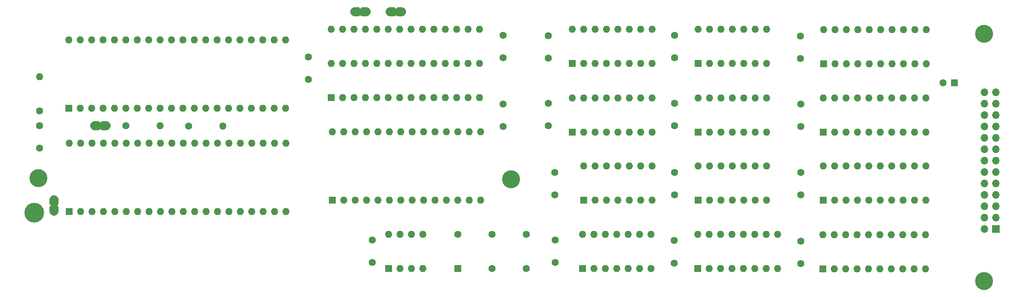
<source format=gbr>
%TF.GenerationSoftware,KiCad,Pcbnew,8.0.9*%
%TF.CreationDate,2025-03-09T10:14:33-06:00*%
%TF.ProjectId,lt-option-clone,6c742d6f-7074-4696-9f6e-2d636c6f6e65,rev?*%
%TF.SameCoordinates,Original*%
%TF.FileFunction,Soldermask,Top*%
%TF.FilePolarity,Negative*%
%FSLAX46Y46*%
G04 Gerber Fmt 4.6, Leading zero omitted, Abs format (unit mm)*
G04 Created by KiCad (PCBNEW 8.0.9) date 2025-03-09 10:14:33*
%MOMM*%
%LPD*%
G01*
G04 APERTURE LIST*
G04 Aperture macros list*
%AMFreePoly0*
4,1,20,-1.000000,0.000000,-0.984315,0.176420,-0.928653,0.370950,-0.834972,0.550293,-0.707107,0.707107,-0.550293,0.834972,-0.370950,0.928653,-0.176420,0.984315,0.000000,1.000000,0.176420,0.984315,0.370950,0.928653,0.550293,0.834972,0.707107,0.707107,0.834972,0.550293,0.928653,0.370950,0.984315,0.176420,1.000000,0.000000,1.000000,-1.000000,-1.000000,-1.000000,-1.000000,0.000000,
-1.000000,0.000000,$1*%
%AMFreePoly1*
4,1,20,-1.000000,1.000000,1.000000,1.000000,1.000000,0.000000,0.984315,-0.176420,0.928653,-0.370950,0.834972,-0.550293,0.707107,-0.707107,0.550293,-0.834972,0.370950,-0.928653,0.176420,-0.984315,0.000000,-1.000000,-0.176420,-0.984315,-0.370950,-0.928653,-0.550293,-0.834972,-0.707107,-0.707107,-0.834972,-0.550293,-0.928653,-0.370950,-0.984315,-0.176420,-1.000000,0.000000,-1.000000,1.000000,
-1.000000,1.000000,$1*%
G04 Aperture macros list end*
%ADD10C,0.100000*%
%ADD11R,1.600000X1.600000*%
%ADD12O,1.600000X1.600000*%
%ADD13C,1.600000*%
%ADD14C,4.400000*%
%ADD15C,4.000000*%
%ADD16C,1.700000*%
%ADD17FreePoly0,0.000000*%
%ADD18FreePoly1,0.000000*%
%ADD19FreePoly0,90.000000*%
%ADD20FreePoly1,90.000000*%
%ADD21R,1.700000X1.700000*%
%ADD22O,1.700000X1.700000*%
G04 APERTURE END LIST*
%TO.C,JP3*%
D10*
X42291000Y-97658000D02*
X43815000Y-97658000D01*
X43815000Y-98420000D01*
X42291000Y-98420000D01*
X42291000Y-97658000D01*
G36*
X42291000Y-97658000D02*
G01*
X43815000Y-97658000D01*
X43815000Y-98420000D01*
X42291000Y-98420000D01*
X42291000Y-97658000D01*
G37*
%TO.C,JP4*%
X53081000Y-81026000D02*
X53843000Y-81026000D01*
X53843000Y-79502000D01*
X53081000Y-79502000D01*
X53081000Y-81026000D01*
G36*
X53081000Y-81026000D02*
G01*
X53843000Y-81026000D01*
X53843000Y-79502000D01*
X53081000Y-79502000D01*
X53081000Y-81026000D01*
G37*
%TO.C,JP1*%
X110993000Y-55626000D02*
X111755000Y-55626000D01*
X111755000Y-54102000D01*
X110993000Y-54102000D01*
X110993000Y-55626000D01*
G36*
X110993000Y-55626000D02*
G01*
X111755000Y-55626000D01*
X111755000Y-54102000D01*
X110993000Y-54102000D01*
X110993000Y-55626000D01*
G37*
%TO.C,JP2*%
X118867000Y-55626000D02*
X119629000Y-55626000D01*
X119629000Y-54102000D01*
X118867000Y-54102000D01*
X118867000Y-55626000D01*
G36*
X118867000Y-55626000D02*
G01*
X119629000Y-55626000D01*
X119629000Y-54102000D01*
X118867000Y-54102000D01*
X118867000Y-55626000D01*
G37*
%TD*%
D11*
%TO.C,U4*%
X104840000Y-74040000D03*
D12*
X107380000Y-74040000D03*
X109920000Y-74040000D03*
X112460000Y-74040000D03*
X115000000Y-74040000D03*
X117540000Y-74040000D03*
X120080000Y-74040000D03*
X122620000Y-74040000D03*
X125160000Y-74040000D03*
X127700000Y-74040000D03*
X130240000Y-74040000D03*
X132780000Y-74040000D03*
X135320000Y-74040000D03*
X137860000Y-74040000D03*
X137860600Y-66412200D03*
X137860000Y-58800000D03*
X135320600Y-66412200D03*
X135320000Y-58800000D03*
X132780600Y-66412200D03*
X132780000Y-58800000D03*
X130240600Y-66412200D03*
X130240000Y-58800000D03*
X127700600Y-66412200D03*
X127700000Y-58800000D03*
X125160600Y-66412200D03*
X125160000Y-58800000D03*
X122620600Y-66412200D03*
X122620000Y-58800000D03*
X120080600Y-66412200D03*
X120080000Y-58800000D03*
X117540600Y-66412200D03*
X117540000Y-58800000D03*
X115000600Y-66412200D03*
X115000000Y-58800000D03*
X112460600Y-66412200D03*
X112460000Y-58800000D03*
X109920600Y-66412200D03*
X109920000Y-58800000D03*
X107380600Y-66412200D03*
X107380000Y-58800000D03*
X104840600Y-66412200D03*
X104840000Y-58800000D03*
%TD*%
D11*
%TO.C,U16*%
X158500000Y-66400000D03*
D12*
X161040000Y-66400000D03*
X163580000Y-66400000D03*
X166120000Y-66400000D03*
X168660000Y-66400000D03*
X171200000Y-66400000D03*
X173740000Y-66400000D03*
X176280000Y-66400000D03*
X176280000Y-58780000D03*
X173740000Y-58780000D03*
X171200000Y-58780000D03*
X168660000Y-58780000D03*
X166120000Y-58780000D03*
X163580000Y-58780000D03*
X161040000Y-58780000D03*
X158500000Y-58780000D03*
%TD*%
D13*
%TO.C,C17*%
X209300000Y-60300000D03*
X209300000Y-65300000D03*
%TD*%
%TO.C,C2*%
X99700000Y-65000000D03*
X99700000Y-70000000D03*
%TD*%
%TO.C,C8*%
X153200000Y-75300000D03*
X153200000Y-80300000D03*
%TD*%
%TO.C,R2*%
X59055000Y-80300000D03*
D12*
X66675000Y-80300000D03*
%TD*%
D11*
%TO.C,U17*%
X133000000Y-112100000D03*
D13*
X140620000Y-112100000D03*
X148240000Y-112100000D03*
X140620000Y-104480000D03*
X148240000Y-104480000D03*
X133000000Y-104480000D03*
%TD*%
D14*
%TO.C,REF\u002A\u002A*%
X38700000Y-99700000D03*
%TD*%
D13*
%TO.C,C1*%
X39900000Y-80300000D03*
X39900000Y-85300000D03*
%TD*%
%TO.C,C9*%
X153200000Y-60200000D03*
X153200000Y-65200000D03*
%TD*%
D11*
%TO.C,U15*%
X186500000Y-81700000D03*
D12*
X189040000Y-81700000D03*
X191580000Y-81700000D03*
X194120000Y-81700000D03*
X196660000Y-81700000D03*
X199200000Y-81700000D03*
X201740000Y-81700000D03*
X201740000Y-74080000D03*
X199200000Y-74080000D03*
X196660000Y-74080000D03*
X194120000Y-74080000D03*
X191580000Y-74080000D03*
X189040000Y-74080000D03*
X186500000Y-74080000D03*
%TD*%
D13*
%TO.C,C4*%
X143100000Y-75500000D03*
X143100000Y-80500000D03*
%TD*%
D11*
%TO.C,U12*%
X186500000Y-96900000D03*
D12*
X189040000Y-96900000D03*
X191580000Y-96900000D03*
X194120000Y-96900000D03*
X196660000Y-96900000D03*
X199200000Y-96900000D03*
X201740000Y-96900000D03*
X201740000Y-89280000D03*
X199200000Y-89280000D03*
X196660000Y-89280000D03*
X194120000Y-89280000D03*
X191580000Y-89280000D03*
X189040000Y-89280000D03*
X186500000Y-89280000D03*
%TD*%
D15*
%TO.C,REF\u002A\u002A*%
X39600000Y-92000000D03*
%TD*%
D13*
%TO.C,C14*%
X209400000Y-106000000D03*
X209400000Y-111000000D03*
%TD*%
D16*
%TO.C,JP3*%
X43053000Y-96769000D03*
D17*
X43053000Y-96769000D03*
D16*
X43053000Y-99309000D03*
D18*
X43053000Y-99309000D03*
%TD*%
D13*
%TO.C,C3*%
X114000000Y-105800000D03*
X114000000Y-110800000D03*
%TD*%
D11*
%TO.C,U7*%
X214400000Y-96900000D03*
D12*
X216940000Y-96900000D03*
X219480000Y-96900000D03*
X222020000Y-96900000D03*
X224560000Y-96900000D03*
X227100000Y-96900000D03*
X229640000Y-96900000D03*
X232180000Y-96900000D03*
X234720000Y-96900000D03*
X237260000Y-96900000D03*
X237260000Y-89280000D03*
X234720000Y-89280000D03*
X232180000Y-89280000D03*
X229640000Y-89280000D03*
X227100000Y-89280000D03*
X224560000Y-89280000D03*
X222020000Y-89280000D03*
X219480000Y-89280000D03*
X216940000Y-89280000D03*
X214400000Y-89280000D03*
%TD*%
D13*
%TO.C,C10*%
X181200000Y-105900000D03*
X181200000Y-110900000D03*
%TD*%
%TO.C,C12*%
X181300000Y-75300000D03*
X181300000Y-80300000D03*
%TD*%
D11*
%TO.C,U14*%
X160800000Y-112100000D03*
D12*
X163340000Y-112100000D03*
X165880000Y-112100000D03*
X168420000Y-112100000D03*
X170960000Y-112100000D03*
X173500000Y-112100000D03*
X176040000Y-112100000D03*
X176040000Y-104480000D03*
X173500000Y-104480000D03*
X170960000Y-104480000D03*
X168420000Y-104480000D03*
X165880000Y-104480000D03*
X163340000Y-104480000D03*
X160800000Y-104480000D03*
%TD*%
D16*
%TO.C,JP4*%
X52192000Y-80264000D03*
D19*
X52192000Y-80264000D03*
D16*
X54732000Y-80264000D03*
D20*
X54732000Y-80264000D03*
%TD*%
D11*
%TO.C,U13*%
X161000000Y-96900000D03*
D12*
X163540000Y-96900000D03*
X166080000Y-96900000D03*
X168620000Y-96900000D03*
X171160000Y-96900000D03*
X173700000Y-96900000D03*
X176240000Y-96900000D03*
X176240000Y-89280000D03*
X173700000Y-89280000D03*
X171160000Y-89280000D03*
X168620000Y-89280000D03*
X166080000Y-89280000D03*
X163540000Y-89280000D03*
X161000000Y-89280000D03*
%TD*%
D13*
%TO.C,C13*%
X181300000Y-60100000D03*
X181300000Y-65100000D03*
%TD*%
%TO.C,C7*%
X154600000Y-90700000D03*
X154600000Y-95700000D03*
%TD*%
D11*
%TO.C,U18*%
X117600000Y-112100000D03*
D12*
X120140000Y-112100000D03*
X122680000Y-112100000D03*
X125220000Y-112100000D03*
X125220000Y-104480000D03*
X122680000Y-104480000D03*
X120140000Y-104480000D03*
X117600000Y-104480000D03*
%TD*%
D11*
%TO.C,U8*%
X214300000Y-112200000D03*
D12*
X216840000Y-112200000D03*
X219380000Y-112200000D03*
X221920000Y-112200000D03*
X224460000Y-112200000D03*
X227000000Y-112200000D03*
X229540000Y-112200000D03*
X232080000Y-112200000D03*
X234620000Y-112200000D03*
X237160000Y-112200000D03*
X237160000Y-104580000D03*
X234620000Y-104580000D03*
X232080000Y-104580000D03*
X229540000Y-104580000D03*
X227000000Y-104580000D03*
X224460000Y-104580000D03*
X221920000Y-104580000D03*
X219380000Y-104580000D03*
X216840000Y-104580000D03*
X214300000Y-104580000D03*
%TD*%
D11*
%TO.C,C18*%
X243582380Y-70700000D03*
D13*
X241082380Y-70700000D03*
%TD*%
D11*
%TO.C,U1*%
X46500000Y-99400000D03*
D12*
X49040000Y-99400000D03*
X51580000Y-99400000D03*
X54120000Y-99400000D03*
X56660000Y-99400000D03*
X59200000Y-99400000D03*
X61740000Y-99400000D03*
X64280000Y-99400000D03*
X66820000Y-99400000D03*
X69360000Y-99400000D03*
X71900000Y-99400000D03*
X74440000Y-99400000D03*
X76980000Y-99400000D03*
X79520000Y-99400000D03*
X82060000Y-99400000D03*
X84600000Y-99400000D03*
X87140000Y-99400000D03*
X89680000Y-99400000D03*
X92220000Y-99400000D03*
X94760000Y-99400000D03*
X94760000Y-84160000D03*
X92220000Y-84160000D03*
X89680000Y-84160000D03*
X87140000Y-84160000D03*
X84600000Y-84160000D03*
X82060000Y-84160000D03*
X79520000Y-84160000D03*
X76980000Y-84160000D03*
X74440000Y-84160000D03*
X71900000Y-84160000D03*
X69360000Y-84160000D03*
X66820000Y-84160000D03*
X64280000Y-84160000D03*
X61740000Y-84160000D03*
X59200000Y-84160000D03*
X56660000Y-84160000D03*
X54120000Y-84160000D03*
X51580000Y-84160000D03*
X49040000Y-84160000D03*
X46500000Y-84160000D03*
%TD*%
D13*
%TO.C,R1*%
X73100000Y-80400000D03*
D12*
X80720000Y-80400000D03*
%TD*%
D13*
%TO.C,R3*%
X39878000Y-76962000D03*
D12*
X39878000Y-69342000D03*
%TD*%
D13*
%TO.C,C11*%
X181300000Y-90700000D03*
X181300000Y-95700000D03*
%TD*%
D15*
%TO.C,REF\u002A\u002A*%
X250200000Y-114900000D03*
%TD*%
D13*
%TO.C,C16*%
X209400000Y-75500000D03*
X209400000Y-80500000D03*
%TD*%
D11*
%TO.C,U2*%
X46400000Y-76400000D03*
D12*
X48940000Y-76400000D03*
X51480000Y-76400000D03*
X54020000Y-76400000D03*
X56560000Y-76400000D03*
X59100000Y-76400000D03*
X61640000Y-76400000D03*
X64180000Y-76400000D03*
X66720000Y-76400000D03*
X69260000Y-76400000D03*
X71800000Y-76400000D03*
X74340000Y-76400000D03*
X76880000Y-76400000D03*
X79420000Y-76400000D03*
X81960000Y-76400000D03*
X84500000Y-76400000D03*
X87040000Y-76400000D03*
X89580000Y-76400000D03*
X92120000Y-76400000D03*
X94660000Y-76400000D03*
X94660000Y-61160000D03*
X92120000Y-61160000D03*
X89580000Y-61160000D03*
X87040000Y-61160000D03*
X84500000Y-61160000D03*
X81960000Y-61160000D03*
X79420000Y-61160000D03*
X76880000Y-61160000D03*
X74340000Y-61160000D03*
X71800000Y-61160000D03*
X69260000Y-61160000D03*
X66720000Y-61160000D03*
X64180000Y-61160000D03*
X61640000Y-61160000D03*
X59100000Y-61160000D03*
X56560000Y-61160000D03*
X54020000Y-61160000D03*
X51480000Y-61160000D03*
X48940000Y-61160000D03*
X46400000Y-61160000D03*
%TD*%
D11*
%TO.C,U10*%
X186400000Y-112100000D03*
D12*
X188940000Y-112100000D03*
X191480000Y-112100000D03*
X194020000Y-112100000D03*
X196560000Y-112100000D03*
X199100000Y-112100000D03*
X201640000Y-112100000D03*
X204180000Y-112100000D03*
X204180000Y-104480000D03*
X201640000Y-104480000D03*
X199100000Y-104480000D03*
X196560000Y-104480000D03*
X194020000Y-104480000D03*
X191480000Y-104480000D03*
X188940000Y-104480000D03*
X186400000Y-104480000D03*
%TD*%
D11*
%TO.C,U3*%
X105100000Y-96900000D03*
D12*
X107640000Y-96900000D03*
X110180000Y-96900000D03*
X112720000Y-96900000D03*
X115260000Y-96900000D03*
X117800000Y-96900000D03*
X120340000Y-96900000D03*
X122880000Y-96900000D03*
X125420000Y-96900000D03*
X127960000Y-96900000D03*
X130500000Y-96900000D03*
X133040000Y-96900000D03*
X135580000Y-96900000D03*
X138120000Y-96900000D03*
X138120000Y-81660000D03*
X135580000Y-81660000D03*
X133040000Y-81660000D03*
X130500000Y-81660000D03*
X127960000Y-81660000D03*
X125420000Y-81660000D03*
X122880000Y-81660000D03*
X120340000Y-81660000D03*
X117800000Y-81660000D03*
X115260000Y-81660000D03*
X112720000Y-81660000D03*
X110180000Y-81660000D03*
X107640000Y-81660000D03*
X105100000Y-81660000D03*
%TD*%
D11*
%TO.C,U6*%
X214500000Y-66500000D03*
D12*
X217040000Y-66500000D03*
X219580000Y-66500000D03*
X222120000Y-66500000D03*
X224660000Y-66500000D03*
X227200000Y-66500000D03*
X229740000Y-66500000D03*
X232280000Y-66500000D03*
X234820000Y-66500000D03*
X237360000Y-66500000D03*
X237360000Y-58880000D03*
X234820000Y-58880000D03*
X232280000Y-58880000D03*
X229740000Y-58880000D03*
X227200000Y-58880000D03*
X224660000Y-58880000D03*
X222120000Y-58880000D03*
X219580000Y-58880000D03*
X217040000Y-58880000D03*
X214500000Y-58880000D03*
%TD*%
D16*
%TO.C,JP1*%
X110104000Y-54864000D03*
D19*
X110104000Y-54864000D03*
D16*
X112644000Y-54864000D03*
D20*
X112644000Y-54864000D03*
%TD*%
D13*
%TO.C,C6*%
X154700000Y-105800000D03*
X154700000Y-110800000D03*
%TD*%
D15*
%TO.C,REF\u002A\u002A*%
X250200000Y-59800000D03*
%TD*%
D13*
%TO.C,C5*%
X143100000Y-60100000D03*
X143100000Y-65100000D03*
%TD*%
D15*
%TO.C,REF\u002A\u002A*%
X144900000Y-92200000D03*
%TD*%
D11*
%TO.C,U5*%
X214400000Y-81700000D03*
D12*
X216940000Y-81700000D03*
X219480000Y-81700000D03*
X222020000Y-81700000D03*
X224560000Y-81700000D03*
X227100000Y-81700000D03*
X229640000Y-81700000D03*
X232180000Y-81700000D03*
X234720000Y-81700000D03*
X237260000Y-81700000D03*
X237260000Y-74080000D03*
X234720000Y-74080000D03*
X232180000Y-74080000D03*
X229640000Y-74080000D03*
X227100000Y-74080000D03*
X224560000Y-74080000D03*
X222020000Y-74080000D03*
X219480000Y-74080000D03*
X216940000Y-74080000D03*
X214400000Y-74080000D03*
%TD*%
D16*
%TO.C,JP2*%
X117978000Y-54864000D03*
D19*
X117978000Y-54864000D03*
D16*
X120518000Y-54864000D03*
D20*
X120518000Y-54864000D03*
%TD*%
D11*
%TO.C,U11*%
X186500000Y-66400000D03*
D12*
X189040000Y-66400000D03*
X191580000Y-66400000D03*
X194120000Y-66400000D03*
X196660000Y-66400000D03*
X199200000Y-66400000D03*
X201740000Y-66400000D03*
X201740000Y-58780000D03*
X199200000Y-58780000D03*
X196660000Y-58780000D03*
X194120000Y-58780000D03*
X191580000Y-58780000D03*
X189040000Y-58780000D03*
X186500000Y-58780000D03*
%TD*%
D13*
%TO.C,C15*%
X209400000Y-90700000D03*
X209400000Y-95700000D03*
%TD*%
D11*
%TO.C,U9*%
X158500000Y-81700000D03*
D12*
X161040000Y-81700000D03*
X163580000Y-81700000D03*
X166120000Y-81700000D03*
X168660000Y-81700000D03*
X171200000Y-81700000D03*
X173740000Y-81700000D03*
X176280000Y-81700000D03*
X176280000Y-74080000D03*
X173740000Y-74080000D03*
X171200000Y-74080000D03*
X168660000Y-74080000D03*
X166120000Y-74080000D03*
X163580000Y-74080000D03*
X161040000Y-74080000D03*
X158500000Y-74080000D03*
%TD*%
D21*
%TO.C,P1*%
X252800000Y-103300000D03*
D22*
X250260000Y-103300000D03*
X252800000Y-100760000D03*
X250260000Y-100760000D03*
X252800000Y-98220000D03*
X250260000Y-98220000D03*
X252800000Y-95680000D03*
X250260000Y-95680000D03*
X252800000Y-93140000D03*
X250260000Y-93140000D03*
X252800000Y-90600000D03*
X250260000Y-90600000D03*
X252800000Y-88060000D03*
X250260000Y-88060000D03*
X252800000Y-85520000D03*
X250260000Y-85520000D03*
X252800000Y-82980000D03*
X250260000Y-82980000D03*
X252800000Y-80440000D03*
X250260000Y-80440000D03*
X252800000Y-77900000D03*
X250260000Y-77900000D03*
X252800000Y-75360000D03*
X250260000Y-75360000D03*
X252800000Y-72820000D03*
X250260000Y-72820000D03*
%TD*%
M02*

</source>
